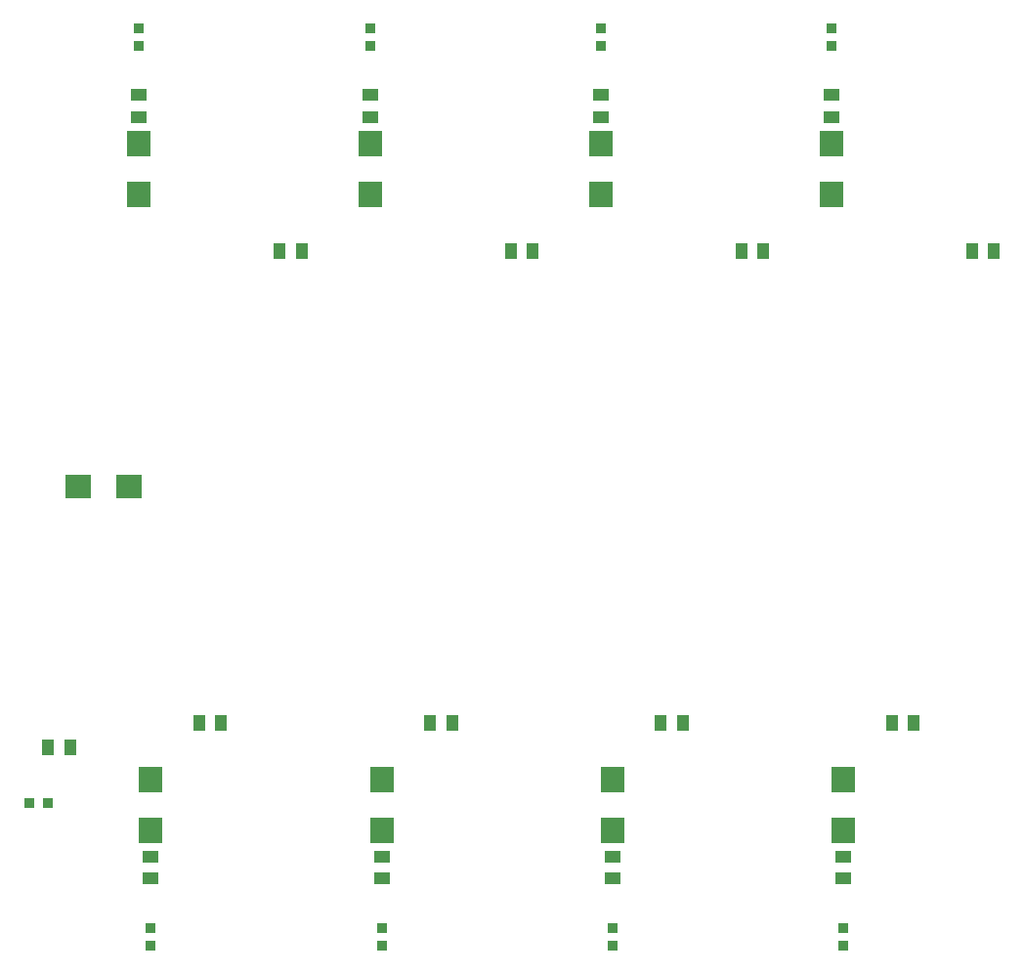
<source format=gbr>
%TF.GenerationSoftware,KiCad,Pcbnew,(6.0.10)*%
%TF.CreationDate,2023-01-04T08:24:49-08:00*%
%TF.ProjectId,solid_state_relays_12v,736f6c69-645f-4737-9461-74655f72656c,0.0.7*%
%TF.SameCoordinates,PXe4e1c0PY6422c40*%
%TF.FileFunction,Paste,Top*%
%TF.FilePolarity,Positive*%
%FSLAX46Y46*%
G04 Gerber Fmt 4.6, Leading zero omitted, Abs format (unit mm)*
G04 Created by KiCad (PCBNEW (6.0.10)) date 2023-01-04 08:24:49*
%MOMM*%
%LPD*%
G01*
G04 APERTURE LIST*
%ADD10R,1.000000X1.400000*%
%ADD11R,1.400000X1.000000*%
%ADD12R,0.850000X0.900000*%
%ADD13R,2.150000X2.200000*%
%ADD14R,2.200000X2.150000*%
%ADD15R,0.900000X0.950000*%
G04 APERTURE END LIST*
D10*
%TO.C,RP4*%
X27580000Y65450000D03*
X29480000Y65450000D03*
%TD*%
D11*
%TO.C,RL1*%
X75400000Y77050000D03*
X75400000Y78950000D03*
%TD*%
D10*
%TO.C,RP6*%
X62500000Y24550000D03*
X60600000Y24550000D03*
%TD*%
D12*
%TO.C,LED1*%
X75400000Y84750000D03*
X75400000Y83250000D03*
%TD*%
D10*
%TO.C,RP7*%
X42500000Y24550000D03*
X40600000Y24550000D03*
%TD*%
%TO.C,R1*%
X7500000Y22450000D03*
X9400000Y22450000D03*
%TD*%
%TO.C,RP3*%
X47580000Y65450000D03*
X49480000Y65450000D03*
%TD*%
D13*
%TO.C,TVS2*%
X55400000Y70350000D03*
X55400000Y74750000D03*
%TD*%
D10*
%TO.C,RP2*%
X67580000Y65450000D03*
X69480000Y65450000D03*
%TD*%
D12*
%TO.C,LED6*%
X56400000Y5250000D03*
X56400000Y6750000D03*
%TD*%
%TO.C,LED7*%
X36400000Y5250000D03*
X36400000Y6750000D03*
%TD*%
D11*
%TO.C,RL7*%
X36400000Y12950000D03*
X36400000Y11050000D03*
%TD*%
D14*
%TO.C,TVSP1*%
X14550000Y45000000D03*
X10150000Y45000000D03*
%TD*%
D10*
%TO.C,RP1*%
X87580000Y65450000D03*
X89480000Y65450000D03*
%TD*%
D12*
%TO.C,LED8*%
X16380000Y5250000D03*
X16380000Y6750000D03*
%TD*%
D13*
%TO.C,TVS5*%
X76400000Y19650000D03*
X76400000Y15250000D03*
%TD*%
D12*
%TO.C,LED3*%
X35400000Y84750000D03*
X35400000Y83250000D03*
%TD*%
D10*
%TO.C,RP5*%
X82500000Y24550000D03*
X80600000Y24550000D03*
%TD*%
D13*
%TO.C,TVS4*%
X15400000Y70350000D03*
X15400000Y74750000D03*
%TD*%
D11*
%TO.C,RL6*%
X56400000Y12950000D03*
X56400000Y11050000D03*
%TD*%
D12*
%TO.C,LED2*%
X55400000Y84750000D03*
X55400000Y83250000D03*
%TD*%
D10*
%TO.C,RP8*%
X22500000Y24550000D03*
X20600000Y24550000D03*
%TD*%
D15*
%TO.C,LEDP1*%
X5900000Y17600000D03*
X7500000Y17600000D03*
%TD*%
D11*
%TO.C,RL3*%
X35400000Y77050000D03*
X35400000Y78950000D03*
%TD*%
%TO.C,RL8*%
X16380000Y12950000D03*
X16380000Y11050000D03*
%TD*%
D13*
%TO.C,TVS7*%
X36400000Y19650000D03*
X36400000Y15250000D03*
%TD*%
%TO.C,TVS3*%
X35400000Y70350000D03*
X35400000Y74750000D03*
%TD*%
D11*
%TO.C,RL4*%
X15400000Y77050000D03*
X15400000Y78950000D03*
%TD*%
D12*
%TO.C,LED5*%
X76400000Y5250000D03*
X76400000Y6750000D03*
%TD*%
%TO.C,LED4*%
X15400000Y84750000D03*
X15400000Y83250000D03*
%TD*%
D11*
%TO.C,RL2*%
X55400000Y77050000D03*
X55400000Y78950000D03*
%TD*%
D13*
%TO.C,TVS8*%
X16380000Y19650000D03*
X16380000Y15250000D03*
%TD*%
%TO.C,TVS6*%
X56400000Y19650000D03*
X56400000Y15250000D03*
%TD*%
%TO.C,TVS1*%
X75400000Y70350000D03*
X75400000Y74750000D03*
%TD*%
D11*
%TO.C,RL5*%
X76400000Y12950000D03*
X76400000Y11050000D03*
%TD*%
M02*

</source>
